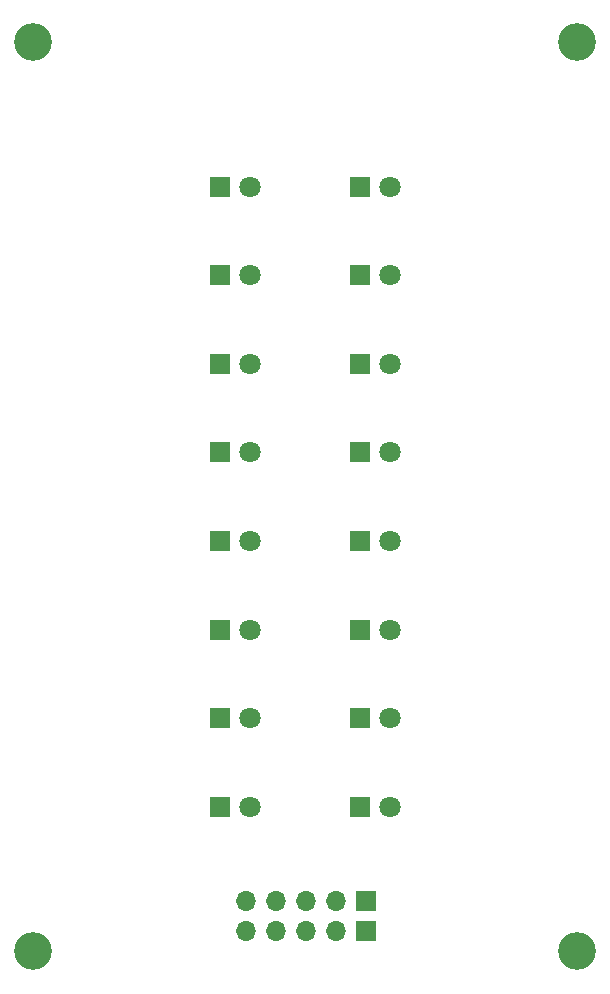
<source format=gbr>
%TF.GenerationSoftware,KiCad,Pcbnew,8.0.6*%
%TF.CreationDate,2025-02-23T20:14:06-07:00*%
%TF.ProjectId,Dash Indicators (Right),44617368-2049-46e6-9469-6361746f7273,rev?*%
%TF.SameCoordinates,Original*%
%TF.FileFunction,Soldermask,Bot*%
%TF.FilePolarity,Negative*%
%FSLAX46Y46*%
G04 Gerber Fmt 4.6, Leading zero omitted, Abs format (unit mm)*
G04 Created by KiCad (PCBNEW 8.0.6) date 2025-02-23 20:14:06*
%MOMM*%
%LPD*%
G01*
G04 APERTURE LIST*
%ADD10R,1.800000X1.800000*%
%ADD11C,1.800000*%
%ADD12C,3.200000*%
%ADD13R,1.700000X1.700000*%
%ADD14O,1.700000X1.700000*%
G04 APERTURE END LIST*
D10*
%TO.C,D13*%
X85725000Y-64850000D03*
D11*
X88265000Y-64850000D03*
%TD*%
D10*
%TO.C,D8*%
X97525000Y-79850000D03*
D11*
X100065000Y-79850000D03*
%TD*%
D12*
%TO.C,REF\u002A\u002A*%
X69900000Y-30100000D03*
%TD*%
D10*
%TO.C,D3*%
X85725000Y-72350000D03*
D11*
X88265000Y-72350000D03*
%TD*%
D10*
%TO.C,D14*%
X97525000Y-64850000D03*
D11*
X100065000Y-64850000D03*
%TD*%
D12*
%TO.C,REF\u002A\u002A*%
X115900000Y-30100000D03*
%TD*%
D10*
%TO.C,D16*%
X97525000Y-94850000D03*
D11*
X100065000Y-94850000D03*
%TD*%
D10*
%TO.C,D4*%
X97525000Y-72350000D03*
D11*
X100065000Y-72350000D03*
%TD*%
D10*
%TO.C,D10*%
X97525000Y-57350000D03*
D11*
X100065000Y-57350000D03*
%TD*%
D10*
%TO.C,D9*%
X85725000Y-57350000D03*
D11*
X88265000Y-57350000D03*
%TD*%
D10*
%TO.C,D11*%
X85725000Y-87350000D03*
D11*
X88265000Y-87350000D03*
%TD*%
D10*
%TO.C,D2*%
X97525000Y-42350000D03*
D11*
X100065000Y-42350000D03*
%TD*%
D12*
%TO.C,REF\u002A\u002A*%
X69900000Y-107100000D03*
%TD*%
D10*
%TO.C,D12*%
X97525000Y-87350000D03*
D11*
X100065000Y-87350000D03*
%TD*%
D10*
%TO.C,D15*%
X85725000Y-94850000D03*
D11*
X88265000Y-94850000D03*
%TD*%
D10*
%TO.C,D1*%
X85725000Y-42350000D03*
D11*
X88265000Y-42350000D03*
%TD*%
D10*
%TO.C,D7*%
X85725000Y-79850000D03*
D11*
X88265000Y-79850000D03*
%TD*%
D12*
%TO.C,REF\u002A\u002A*%
X115900000Y-107100000D03*
%TD*%
D10*
%TO.C,D5*%
X85725000Y-49850000D03*
D11*
X88265000Y-49850000D03*
%TD*%
D10*
%TO.C,D6*%
X97525000Y-49850000D03*
D11*
X100065000Y-49850000D03*
%TD*%
D13*
%TO.C,J1-A1*%
X98040000Y-105380000D03*
D14*
X95500000Y-105380000D03*
X92960000Y-105380000D03*
X90420000Y-105380000D03*
X87880000Y-105380000D03*
%TD*%
D13*
%TO.C,J1-B1*%
X98040000Y-102800000D03*
D14*
X95500000Y-102800000D03*
X92960000Y-102800000D03*
X90420000Y-102800000D03*
X87880000Y-102800000D03*
%TD*%
M02*

</source>
